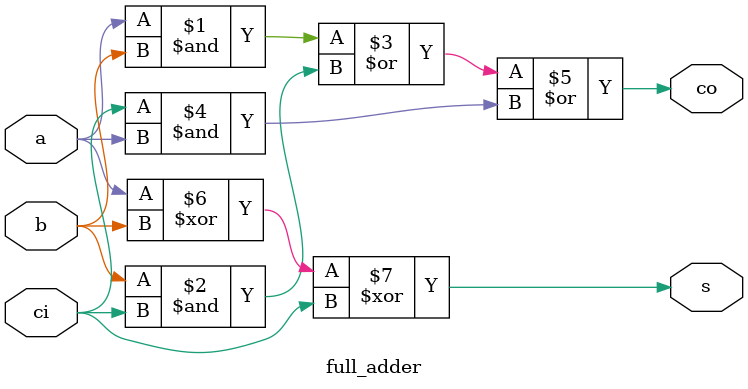
<source format=v>
module full_adder (a,b,ci,s,co);	// dataflow style
	input a,b,ci;	// input a,b,carry_in
	output s,co;	// output sum,carry_out
	assign co = a&b | b&ci | ci&a;
	assign s = (a^b)^ci;
endmodule

// module full_adder_behavioral (a,b,ci,s,co); // behavioral style
// module full_adder_be// 	input a,b,ci;
// module full_adder_be// 	output s,co;
// module full_adder_be// 	assign {s,co} = {0'b0,a}+{0'b0,b}+{0'b0,ci};
// module full_adder_be// endmodule

</source>
